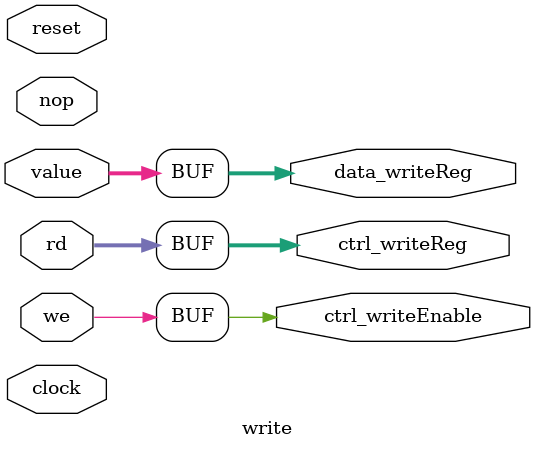
<source format=v>
module write(

clock, reset,

//pc, 

nop,

value,

//opcode,


//num_reg is rd   


rd,//rs,rt,target, imm, shamt, aluop,

we,


ctrl_writeReg,

data_writeReg,

ctrl_writeEnable

);



input clock, reset;

//input [11:0] pc;

input nop;

input we;



//input r_type, i_type, ji_type, jii_type;

input [4:0] rd;//,rs,rt,target, imm, shamt, aluop, opcode;


input[31:0] value;





output[31:0] data_writeReg;

output ctrl_writeEnable;

output[4:0] ctrl_writeReg;




// 00000 alu_opration

// 00101 addi

// 01000 sw


//wire alu_opration,addi,sw;
//
//assign alu_opration = ~(opcode[4] | opcode[3] | opcode[2] | opcode[1] | opcode[0]);
//
//assign addi = (~opcode[4]) & (~opcode[3]) & opcode[2] & (~opcode[1]) & opcode[0];
//
//assign sw = (~opcode[4]) & opcode[3] & (~opcode[2]) & (~opcode[1]) & (~opcode[0]);


assign ctrl_writeEnable = we;//alu_opration | addi | sw;

assign data_writeReg = value;

assign ctrl_writeReg = rd;




endmodule

</source>
